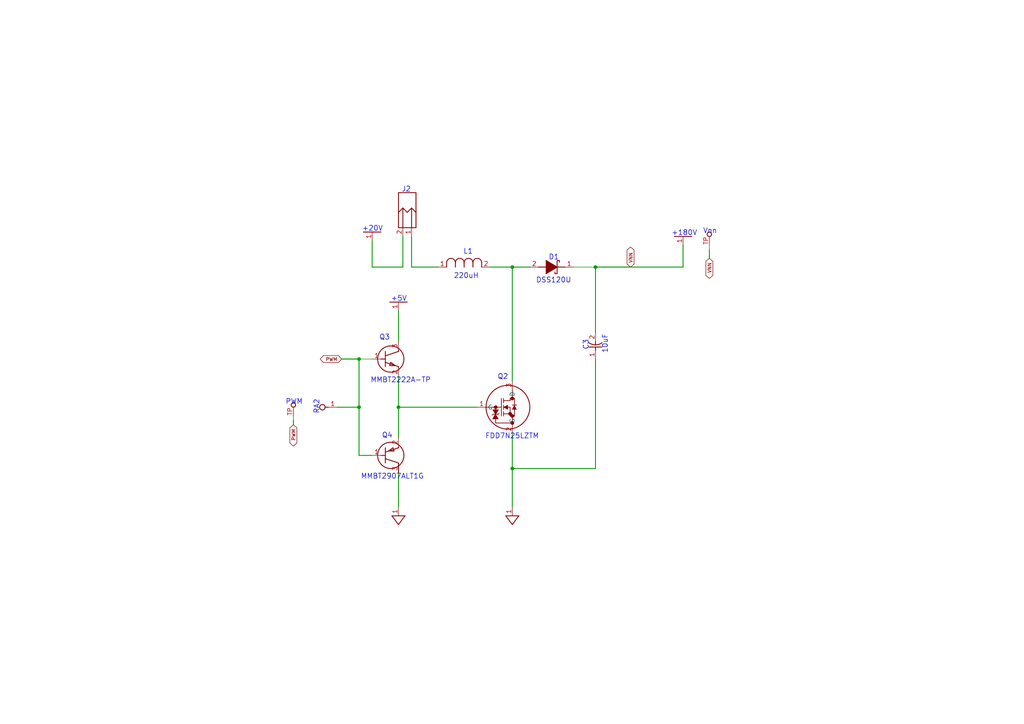
<source format=kicad_sch>
(kicad_sch (version 20231120) (generator "eeschema") (generator_version "8.0")
  (paper "A4")
  (lib_symbols
    (symbol "Clock Controller-eagle-import:+180V" (power)
      (symbol "+180V_1_0"
        (polyline (pts (xy -2.54 0) (xy 2.54 0)) (stroke (width 0.25)))
        (pin power_in line (at 0 -2.54 90) (length 2.54) (name "+24V") (number "1"))
      )
    )
    (symbol "Clock Controller-eagle-import:+20V" (power)
      (symbol "+20V_1_0"
        (polyline (pts (xy -2.54 0) (xy 2.54 0)) (stroke (width 0.25)))
        (pin power_in line (at 0 -2.54 90) (length 2.54) (name "+20V") (number "1"))
      )
    )
    (symbol "Clock Controller-eagle-import:+5V" (power)
      (symbol "+5V_1_0"
        (polyline (pts (xy -2.54 0) (xy 2.54 0)) (stroke (width 0.25)))
        (pin power_in line (at 0 -2.54 90) (length 2.54) (name "+5V") (number "1"))
      )
    )
    (symbol "Clock Controller-eagle-import:CAP_1206"
      (symbol "CAP_1206_1_0"
        (polyline (pts (xy -1.27 0) (xy -0.33 0)) (stroke (width 0.25)))
        (polyline (pts (xy -0.33 -1.905) (xy -0.33 1.905)) (stroke (width 0.25)))
        (polyline (pts (xy 0.305 0) (xy 1.27 0)) (stroke (width 0.25)))
        (arc (start 0.944 1.911) (mid 0.3044 0.0001) (end 0.9439 -1.9109) (stroke (width 0.254)))
        (pin passive line (at -3.81 0 0) (length 2.54) (name "1") (number "1"))
        (pin passive line (at 3.81 0 180) (length 2.54) (name "2") (number "2"))
      )
    )
    (symbol "Clock Controller-eagle-import:DSS120U"
      (symbol "DSS120U_1_0"
        (polyline (pts (xy -3.81 0) (xy -1.6 0)) (stroke (width 0.25)))
        (polyline (pts (xy -1.6 -1.905) (xy 1.575 0)) (stroke (width 0.25)))
        (polyline (pts (xy -1.6 1.905) (xy -1.6 -1.905)) (stroke (width 0.25)))
        (polyline (pts (xy 0.94 -1.905) (xy 0.94 -1.429)) (stroke (width 0.25)))
        (polyline (pts (xy 0.94 -1.905) (xy 1.575 -1.905)) (stroke (width 0.25)))
        (polyline (pts (xy 1.575 -1.905) (xy 1.575 1.905)) (stroke (width 0.25)))
        (polyline (pts (xy 1.575 0) (xy -1.6 1.905)) (stroke (width 0.25)))
        (polyline (pts (xy 1.575 0) (xy 3.81 0)) (stroke (width 0.25)))
        (polyline (pts (xy 1.575 1.905) (xy 2.21 1.905)) (stroke (width 0.25)))
        (polyline (pts (xy 2.21 1.429) (xy 2.21 1.905)) (stroke (width 0.25)))
        (polyline (pts (xy -1.6 1.905) (xy -1.6 -1.905) (xy 1.575 0)) (stroke (width 0.002)) (fill (type outline)))
        (pin passive line (at 6.35 0 180) (length 2.54) (name "K") (number "1"))
        (pin passive line (at -6.35 0 0) (length 2.54) (name "A") (number "2"))
      )
    )
    (symbol "Clock Controller-eagle-import:FDD7N25LZTM"
      (symbol "FDD7N25LZTM_1_0"
        (polyline (pts (xy 2.54 0) (xy 6.985 0)) (stroke (width 0.203)))
        (polyline (pts (xy 4.509 -3.365) (xy 5.27 -2.096)) (stroke (width 0.127)))
        (polyline (pts (xy 4.509 -3.365) (xy 5.27 -2.096)) (stroke (width 0.203)))
        (polyline (pts (xy 4.572 -2.032) (xy 4.318 -2.286)) (stroke (width 0.203)))
        (polyline (pts (xy 4.572 -2.032) (xy 6.096 -2.032)) (stroke (width 0.203)))
        (polyline (pts (xy 4.572 -0.762) (xy 6.096 -0.762)) (stroke (width 0.127)))
        (polyline (pts (xy 4.572 -0.762) (xy 6.096 -0.762)) (stroke (width 0.203)))
        (polyline (pts (xy 5.27 -2.096) (xy 6.033 -3.365)) (stroke (width 0.127)))
        (polyline (pts (xy 5.27 -2.096) (xy 6.033 -3.365)) (stroke (width 0.203)))
        (polyline (pts (xy 5.334 -4.572) (xy 5.334 0)) (stroke (width 0.203)))
        (polyline (pts (xy 5.334 -2.032) (xy 4.572 -0.762)) (stroke (width 0.127)))
        (polyline (pts (xy 5.334 -2.032) (xy 4.572 -0.762)) (stroke (width 0.203)))
        (polyline (pts (xy 5.334 -2.032) (xy 5.08 -0.762)) (stroke (width 0.127)))
        (polyline (pts (xy 6.033 -3.365) (xy 4.509 -3.365)) (stroke (width 0.203)))
        (polyline (pts (xy 6.096 -2.032) (xy 6.35 -1.778)) (stroke (width 0.203)))
        (polyline (pts (xy 6.096 -0.762) (xy 5.334 -2.032)) (stroke (width 0.203)))
        (polyline (pts (xy 6.985 -2.54) (xy 6.985 2.54)) (stroke (width 0.203)))
        (polyline (pts (xy 7.62 -2.54) (xy 7.62 -1.27)) (stroke (width 0.203)))
        (polyline (pts (xy 7.62 -1.905) (xy 9.525 -1.905)) (stroke (width 0.203)))
        (polyline (pts (xy 7.62 -0.635) (xy 7.62 0.635)) (stroke (width 0.203)))
        (polyline (pts (xy 7.62 0) (xy 8.89 -0.635)) (stroke (width 0.025)))
        (polyline (pts (xy 7.62 1.27) (xy 7.62 2.54)) (stroke (width 0.203)))
        (polyline (pts (xy 7.62 1.905) (xy 9.525 1.905)) (stroke (width 0.203)))
        (polyline (pts (xy 8.89 0) (xy 9.525 0)) (stroke (width 0.203)))
        (polyline (pts (xy 8.89 0.635) (xy 7.62 0)) (stroke (width 0.025)))
        (polyline (pts (xy 9.525 -2.54) (xy 9.525 0)) (stroke (width 0.203)))
        (polyline (pts (xy 9.525 -2.54) (xy 10.795 -2.54)) (stroke (width 0.203)))
        (polyline (pts (xy 9.525 1.905) (xy 9.525 2.54)) (stroke (width 0.203)))
        (polyline (pts (xy 9.525 2.54) (xy 10.795 2.54)) (stroke (width 0.203)))
        (polyline (pts (xy 10.16 -4.572) (xy 5.334 -4.572)) (stroke (width 0.203)))
        (polyline (pts (xy 10.16 -2.54) (xy 10.16 -5.08)) (stroke (width 0.203)))
        (polyline (pts (xy 10.16 -0.635) (xy 10.795 0.635)) (stroke (width 0.025)))
        (polyline (pts (xy 10.16 5.08) (xy 10.16 2.54)) (stroke (width 0.203)))
        (polyline (pts (xy 10.795 -2.54) (xy 10.795 -0.635)) (stroke (width 0.203)))
        (polyline (pts (xy 10.795 0.635) (xy 10.795 2.54)) (stroke (width 0.203)))
        (polyline (pts (xy 11.43 -0.635) (xy 10.16 -0.635)) (stroke (width 0.025)))
        (polyline (pts (xy 11.43 0.635) (xy 10.16 0.635)) (stroke (width 0.203)))
        (polyline (pts (xy 4.509 -3.365) (xy 5.27 -2.096) (xy 6.033 -3.365)) (stroke (width 0.002)) (fill (type outline)))
        (polyline (pts (xy 5.334 -2.032) (xy 4.572 -0.762) (xy 6.096 -0.762)) (stroke (width 0.002)) (fill (type outline)))
        (polyline (pts (xy 8.89 0.635) (xy 7.62 0) (xy 8.89 -0.635)) (stroke (width 0.002)) (fill (type outline)))
        (polyline (pts (xy 11.43 -0.635) (xy 10.16 -0.635) (xy 10.795 0.635)) (stroke (width 0.002)) (fill (type outline)))
        (circle (center 5.334 0) (radius 0.025) (stroke (width 0.508)))
        (circle (center 8.89 0) (radius 6.35) (stroke (width 0.254)))
        (circle (center 9.525 -1.905) (radius 0.025) (stroke (width 0.508)))
        (circle (center 10.16 -4.572) (radius 0.025) (stroke (width 0.508)))
        (circle (center 10.16 -2.54) (radius 0.025) (stroke (width 0.508)))
        (circle (center 10.16 2.54) (radius 0.025) (stroke (width 0.508)))
        (pin bidirectional line (at 0 0 0) (length 2.54) (name "G") (number "1"))
        (pin bidirectional line (at 10.16 -7.62 90) (length 2.54) (name "S") (number "2"))
        (pin bidirectional line (at 10.16 7.62 270) (length 2.54) (name "D") (number "3"))
      )
    )
    (symbol "Clock Controller-eagle-import:GND_DIGITAL" (power)
      (symbol "GND_DIGITAL_1_0"
        (polyline (pts (xy -1.905 1.27) (xy 0 -1.27)) (stroke (width 0.25)))
        (polyline (pts (xy -1.905 1.27) (xy 1.905 1.27)) (stroke (width 0.25)))
        (polyline (pts (xy 0 -1.27) (xy 1.905 1.27)) (stroke (width 0.25)))
        (pin power_in line (at 0 3.81 270) (length 2.54) (name "GNDD") (number "1"))
      )
    )
    (symbol "Clock Controller-eagle-import:HDR-1X2H"
      (symbol "HDR-1X2H_1_0"
        (polyline (pts (xy -5.08 -2.54) (xy -5.08 2.54)) (stroke (width 0.25)))
        (polyline (pts (xy -5.08 2.54) (xy 5.08 2.54)) (stroke (width 0.25)))
        (polyline (pts (xy -0.635 -1.27) (xy 0.635 -2.54)) (stroke (width 0.25)))
        (polyline (pts (xy -0.635 -1.27) (xy 0.635 0)) (stroke (width 0.25)))
        (polyline (pts (xy -0.635 -1.27) (xy 5.08 -1.27)) (stroke (width 0.25)))
        (polyline (pts (xy -0.635 1.27) (xy 0.635 0)) (stroke (width 0.25)))
        (polyline (pts (xy -0.635 1.27) (xy 0.635 2.54)) (stroke (width 0.25)))
        (polyline (pts (xy -0.635 1.27) (xy 5.08 1.27)) (stroke (width 0.25)))
        (polyline (pts (xy 5.08 -2.54) (xy -5.08 -2.54)) (stroke (width 0.25)))
        (polyline (pts (xy 5.08 2.54) (xy 5.08 -2.54)) (stroke (width 0.25)))
        (pin passive line (at 7.62 1.27 180) (length 2.54) (name "P1") (number "1"))
        (pin passive line (at 7.62 -1.27 180) (length 2.54) (name "P2") (number "2"))
      )
    )
    (symbol "Clock Controller-eagle-import:MMBT2222A-TP"
      (symbol "MMBT2222A-TP_1_0"
        (polyline (pts (xy 3.505 0) (xy 4.775 0)) (stroke (width 0.25)))
        (polyline (pts (xy 4.775 -2.21) (xy 4.775 2.21)) (stroke (width 0.25)))
        (polyline (pts (xy 4.775 -0.94) (xy 8.585 -2.21)) (stroke (width 0.25)))
        (polyline (pts (xy 4.775 0.94) (xy 8.585 2.21)) (stroke (width 0.25)))
        (polyline (pts (xy 6.045 -1.905) (xy 6.35 -0.94)) (stroke (width 0.25)))
        (polyline (pts (xy 6.35 -0.94) (xy 7.62 -1.905)) (stroke (width 0.25)))
        (polyline (pts (xy 7.62 -1.905) (xy 6.045 -1.905)) (stroke (width 0.25)))
        (polyline (pts (xy 8.585 -2.54) (xy 8.585 -2.21)) (stroke (width 0.25)))
        (polyline (pts (xy 8.585 2.21) (xy 8.585 2.54)) (stroke (width 0.25)))
        (circle (center 6.35 0) (radius 3.81) (stroke (width 0.254)))
        (pin passive line (at 0.965 0 0) (length 2.54) (name "B") (number "1"))
        (pin passive line (at 8.585 -5.08 90) (length 2.54) (name "E") (number "2"))
        (pin passive line (at 8.585 5.08 270) (length 2.54) (name "C") (number "3"))
      )
    )
    (symbol "Clock Controller-eagle-import:MMBT2907ALT1G"
      (symbol "MMBT2907ALT1G_1_0"
        (polyline (pts (xy -2.845 0.572) (xy -1.575 0.572)) (stroke (width 0.25)))
        (polyline (pts (xy -1.575 -0.368) (xy 2.235 -1.638)) (stroke (width 0.25)))
        (polyline (pts (xy -1.575 1.511) (xy 2.235 2.781)) (stroke (width 0.25)))
        (polyline (pts (xy -1.575 2.781) (xy -1.575 -1.638)) (stroke (width 0.25)))
        (polyline (pts (xy -0.635 1.841) (xy 0.965 1.841)) (stroke (width 0.25)))
        (polyline (pts (xy 0.635 2.781) (xy -0.635 1.841)) (stroke (width 0.25)))
        (polyline (pts (xy 0.965 1.841) (xy 0.635 2.781)) (stroke (width 0.25)))
        (polyline (pts (xy 2.235 -1.638) (xy 2.235 -4.381)) (stroke (width 0.25)))
        (polyline (pts (xy 2.235 3.111) (xy 2.235 2.781)) (stroke (width 0.25)))
        (circle (center 0 0.571) (radius 3.81) (stroke (width 0.254)))
        (pin passive line (at -5.385 0.572 0) (length 2.54) (name "B") (number "1"))
        (pin passive line (at 2.235 5.639 270) (length 2.54) (name "E") (number "2"))
        (pin passive line (at 2.235 -4.496 90) (length 2.54) (name "C") (number "3"))
      )
    )
    (symbol "Clock Controller-eagle-import:RA2" (power)
      (symbol "RA2_1_0"
        (circle (center -0.476 0) (radius 0.794) (stroke (width 0.25)))
        (polyline (pts (xy 1.27 0) (xy 0.317 0)) (stroke (width 0.25)))
        (pin power_in line (at 3.81 0 180) (length 2.54) (name "1") (number "1"))
      )
    )
    (symbol "Clock Controller-eagle-import:SRN8040TA-221M"
      (symbol "SRN8040TA-221M_1_0"
        (polyline (pts (xy 3.81 0) (xy 3.81 1.27)) (stroke (width 0.25)))
        (polyline (pts (xy 6.35 0) (xy 6.35 1.27)) (stroke (width 0.25)))
        (polyline (pts (xy 8.89 0) (xy 8.89 1.27)) (stroke (width 0.25)))
        (polyline (pts (xy 11.43 0) (xy 11.43 1.27)) (stroke (width 0.25)))
        (polyline (pts (xy 13.97 0) (xy 13.97 1.27)) (stroke (width 0.25)))
        (arc (start 6.35 1.27) (mid 5.08 2.5401) (end 3.81 1.2699) (stroke (width 0.254)))
        (arc (start 8.89 1.27) (mid 7.62 2.5401) (end 6.35 1.2699) (stroke (width 0.254)))
        (arc (start 11.43 1.27) (mid 10.16 2.5401) (end 8.89 1.2699) (stroke (width 0.254)))
        (arc (start 13.97 1.27) (mid 12.7 2.5401) (end 11.43 1.2699) (stroke (width 0.254)))
        (pin passive line (at 1.27 0 0) (length 2.54) (name "1") (number "1"))
        (pin passive line (at 16.51 0 180) (length 2.54) (name "2") (number "2"))
      )
    )
    (symbol "Clock Controller-eagle-import:TP_1.25MM"
      (symbol "TP_1.25MM_1_0"
        (circle (center 0 0.635) (radius 0.635) (stroke (width 0.254)))
        (pin passive line (at 0 -2.54 90) (length 2.54) (name "TP") (number "TP"))
      )
    )
  )
  (junction (at 115.57 118.11))
  (junction (at 172.72 77.47))
  (junction (at 148.59 135.89))
  (junction (at 148.59 77.47))
  (junction (at 104.14 104.14))
  (junction (at 104.14 118.11))
  (wire (pts (xy 104.14 104.14) (xy 107.95 104.14)))
  (wire (pts (xy 198.12 77.47) (xy 198.12 71.12)) (stroke (width 0.25)))
  (wire (pts (xy 205.74 74.93) (xy 205.74 71.12)))
  (wire (pts (xy 148.59 125.73) (xy 148.59 135.89)) (stroke (width 0.25)))
  (wire (pts (xy 115.57 109.22) (xy 115.57 118.11)) (stroke (width 0.25)))
  (wire (pts (xy 148.59 135.89) (xy 172.72 135.89)) (stroke (width 0.25)))
  (wire (pts (xy 85.09 123.19) (xy 85.09 121.92)) (stroke (width 0.25)))
  (wire (pts (xy 205.74 74.93) (xy 205.74 72.39)) (stroke (width 0.25)))
  (wire (pts (xy 107.95 69.85) (xy 107.95 77.47)) (stroke (width 0.25)))
  (wire (pts (xy 115.57 99.06) (xy 115.57 90.17)) (stroke (width 0.25)))
  (wire (pts (xy 99.06 104.14) (xy 104.14 104.14)) (stroke (width 0.25)))
  (wire (pts (xy 172.72 135.89) (xy 172.72 104.14)) (stroke (width 0.25)))
  (wire (pts (xy 148.59 147.066) (xy 148.59 135.89)) (stroke (width 0.25)))
  (wire (pts (xy 104.14 104.14) (xy 104.14 118.11)) (stroke (width 0.25)))
  (wire (pts (xy 119.38 68.58) (xy 119.38 77.47)) (stroke (width 0.25)))
  (wire (pts (xy 116.84 77.47) (xy 116.84 68.58)) (stroke (width 0.25)))
  (wire (pts (xy 99.06 104.14) (xy 104.14 104.14)))
  (wire (pts (xy 148.59 110.49) (xy 148.59 77.47)) (stroke (width 0.25)))
  (wire (pts (xy 97.79 118.11) (xy 104.14 118.11)) (stroke (width 0.25)))
  (wire (pts (xy 172.72 77.47) (xy 198.12 77.47)) (stroke (width 0.25)))
  (wire (pts (xy 148.59 77.47) (xy 153.67 77.47)) (stroke (width 0.25)))
  (wire (pts (xy 115.57 118.11) (xy 115.57 127.013)) (stroke (width 0.25)))
  (wire (pts (xy 138.43 118.11) (xy 115.57 118.11)) (stroke (width 0.25)))
  (wire (pts (xy 172.72 77.47) (xy 166.37 77.47)))
  (wire (pts (xy 172.72 77.47) (xy 172.72 96.52)) (stroke (width 0.25)))
  (wire (pts (xy 107.95 77.47) (xy 116.84 77.47)) (stroke (width 0.25)))
  (wire (pts (xy 104.14 118.11) (xy 104.14 132.08)) (stroke (width 0.25)))
  (wire (pts (xy 104.14 132.08) (xy 107.95 132.08)) (stroke (width 0.25)))
  (wire (pts (xy 85.09 123.19) (xy 85.09 120.65)))
  (wire (pts (xy 182.88 77.47) (xy 172.72 77.47)))
  (wire (pts (xy 115.57 137.147) (xy 115.57 147.066)) (stroke (width 0.25)))
  (wire (pts (xy 142.24 77.47) (xy 148.59 77.47)) (stroke (width 0.25)))
  (wire (pts (xy 119.38 77.47) (xy 127 77.47)) (stroke (width 0.25)))
  (text "MMBT2222A-TP" (at 107.442 109.474 0) (effects (font (size 1.48 1.48)) (justify left top)))
  (text "FDD7N25LZTM" (at 140.716 125.73 0) (effects (font (size 1.48 1.48)) (justify left top)))
  (text "+180V" (at 194.737 68.52 0) (effects (font (size 1.48 1.48)) (justify left bottom)))
  (text "D1" (at 159.091 75.565 0) (effects (font (size 1.48 1.48)) (justify left bottom)))
  (text "J2" (at 119.22 55.88 0) (effects (font (size 1.48 1.48)) (justify right bottom)))
  (text "PWM" (at 82.797 117.475 0) (effects (font (size 1.48 1.48)) (justify left bottom)))
  (text "C3" (at 170.809 101.622 90) (effects (font (size 1.48 1.48)) (justify left bottom)))
  (text "DSS120U" (at 155.448 80.518 0) (effects (font (size 1.48 1.48)) (justify left top)))
  (text "Vnn" (at 203.885 67.945 0) (effects (font (size 1.48 1.48)) (justify left bottom)))
  (text "RA2" (at 92.71 120.185 90) (effects (font (size 1.48 1.48)) (justify left bottom)))
  (text "Q2" (at 144.272 110.236 0) (effects (font (size 1.48 1.48)) (justify left bottom)))
  (text "MMBT2907ALT1G" (at 104.648 137.414 0) (effects (font (size 1.48 1.48)) (justify left top)))
  (text "220uH" (at 131.572 79.248 0) (effects (font (size 1.48 1.48)) (justify left top)))
  (text "+5V" (at 113.35 87.57 0) (effects (font (size 1.48 1.48)) (justify left bottom)))
  (text "Q4" (at 110.744 127.254 0) (effects (font (size 1.48 1.48)) (justify left bottom)))
  (text "Q3" (at 109.982 98.806 0) (effects (font (size 1.48 1.48)) (justify left bottom)))
  (text "+20V" (at 104.984 67.25 0) (effects (font (size 1.48 1.48)) (justify left bottom)))
  (text "L1" (at 134.366 73.914 0) (effects (font (size 1.48 1.48)) (justify left bottom)))
  (text "10uF" (at 174.631 102.604 90) (effects (font (size 1.48 1.48)) (justify left top)))
  (global_label "VNN" (shape bidirectional) (at 182.88 77.47 90) (effects (font (size 1.016 1.016))) (property "Intersheetrefs" "${INTERSHEET_REFS}" (effects (hide yes))))
  (global_label "PWM" (shape bidirectional) (at 85.09 123.19 270) (effects (font (size 1.016 1.016))) (property "Intersheetrefs" "${INTERSHEET_REFS}" (effects (hide yes))))
  (global_label "VNN" (shape bidirectional) (at 205.74 74.93 270) (effects (font (size 1.016 1.016))) (property "Intersheetrefs" "${INTERSHEET_REFS}" (effects (hide yes))))
  (global_label "PWM" (shape bidirectional) (at 99.06 104.14 180) (effects (font (size 1.016 1.016))) (property "Intersheetrefs" "${INTERSHEET_REFS}" (effects (hide yes))))
  (symbol (lib_id "Clock Controller-eagle-import:HDR-1X2H") (at 118.11 60.96 270) (unit 1)
    (property "Reference" "J2" (effects (hide yes)))
    (property "Value" "HDR-1X2H" (effects (hide yes)))
    (property "Footprint" "Clock Controller:HDR-1X2H" (effects (hide yes)))
  )
  (symbol (lib_id "Clock Controller-eagle-import:GND_DIGITAL") (at 148.59 150.876 0) (unit 1)
    (property "Reference" "#NetPort013" (effects (hide yes)))
    (property "Value" "GND_DIGITAL" (effects (hide yes)))
  )
  (symbol (lib_id "Clock Controller-eagle-import:+180V") (at 198.12 68.58 0) (unit 1)
    (property "Reference" "#NetPort07" (effects (hide yes)))
    (property "Value" "+180V" (effects (hide yes)))
  )
  (symbol (lib_id "Clock Controller-eagle-import:DSS120U") (at 160.02 77.47 0) (unit 1)
    (property "Reference" "D1" (effects (hide yes)))
    (property "Value" "DSS120U" (effects (hide yes)))
    (property "Footprint" "Clock Controller:SODFL390X160X160L90X160N" (effects (hide yes)))
  )
  (symbol (lib_id "Clock Controller-eagle-import:FDD7N25LZTM") (at 138.43 118.11 0) (unit 1)
    (property "Reference" "Q2" (effects (hide yes)))
    (property "Value" "FDD7N25LZTM" (effects (hide yes)))
    (property "Footprint" "Clock Controller:DPAK3P457_990X250L129X75T444X550N" (effects (hide yes)))
  )
  (symbol (lib_id "Clock Controller-eagle-import:MMBT2907ALT1G") (at 113.335 132.652 0) (unit 1)
    (property "Reference" "Q4" (effects (hide yes)))
    (property "Value" "MMBT2907ALT1G" (effects (hide yes)))
    (property "Footprint" "Clock Controller:SOT23-3P95_240X110L43X44N" (effects (hide yes)))
  )
  (symbol (lib_id "Clock Controller-eagle-import:TP_1.25MM") (at 205.74 68.58 0) (unit 1)
    (property "Reference" "Vnn0" (effects (hide yes)))
    (property "Value" "Most Density" (effects (hide yes)))
    (property "Footprint" "Clock Controller:TP_1.25MM" (effects (hide yes)))
  )
  (symbol (lib_id "Clock Controller-eagle-import:RA2") (at 93.98 118.11 0) (unit 1)
    (property "Reference" "#NetPort05" (effects (hide yes)))
    (property "Value" "RA2" (effects (hide yes)))
  )
  (symbol (lib_id "Clock Controller-eagle-import:CAP_1206") (at 172.72 100.33 90) (unit 1)
    (property "Reference" "C3" (effects (hide yes)))
    (property "Value" "10uF" (effects (hide yes)))
    (property "Footprint" "Clock Controller:CAP_1206" (effects (hide yes)))
  )
  (symbol (lib_id "Clock Controller-eagle-import:SRN8040TA-221M") (at 125.73 77.47 0) (unit 1)
    (property "Reference" "L1" (effects (hide yes)))
    (property "Value" "220uH" (effects (hide yes)))
    (property "Footprint" "Clock Controller:SRN8040TA221M" (effects (hide yes)))
  )
  (symbol (lib_id "Clock Controller-eagle-import:TP_1.25MM") (at 85.09 118.11 0) (unit 1)
    (property "Reference" "PWM0" (effects (hide yes)))
    (property "Value" "Most Density" (effects (hide yes)))
    (property "Footprint" "Clock Controller:TP_1.25MM" (effects (hide yes)))
  )
  (symbol (lib_id "Clock Controller-eagle-import:+5V") (at 115.57 87.63 0) (unit 1)
    (property "Reference" "#NetPort019" (effects (hide yes)))
    (property "Value" "+5V" (effects (hide yes)))
  )
  (symbol (lib_id "Clock Controller-eagle-import:GND_DIGITAL") (at 115.57 150.876 0) (unit 1)
    (property "Reference" "#NetPort012" (effects (hide yes)))
    (property "Value" "GND_DIGITAL" (effects (hide yes)))
  )
  (symbol (lib_id "Clock Controller-eagle-import:+20V") (at 107.95 67.31 0) (unit 1)
    (property "Reference" "#NetPort011" (effects (hide yes)))
    (property "Value" "+20V" (effects (hide yes)))
  )
  (symbol (lib_id "Clock Controller-eagle-import:MMBT2222A-TP") (at 106.985 104.14 0) (unit 1)
    (property "Reference" "Q3" (effects (hide yes)))
    (property "Value" "MMBT2222A-TP" (effects (hide yes)))
    (property "Footprint" "Clock Controller:SOT23-3P95_240X110L43X44N" (effects (hide yes)))
  )
)
</source>
